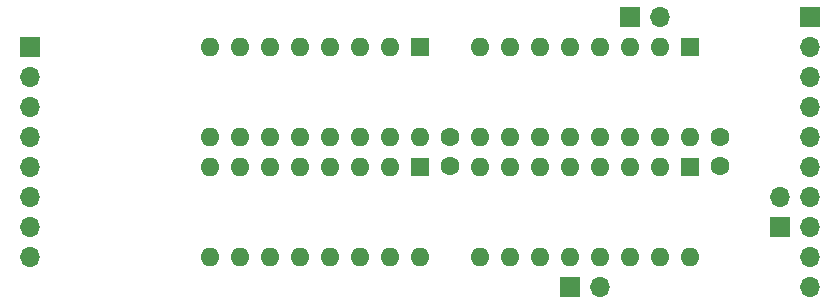
<source format=gbr>
%TF.GenerationSoftware,KiCad,Pcbnew,7.0.5*%
%TF.CreationDate,2024-09-17T16:51:35-04:00*%
%TF.ProjectId,8_bit_logic_analyzer_rev_2,385f6269-745f-46c6-9f67-69635f616e61,rev?*%
%TF.SameCoordinates,Original*%
%TF.FileFunction,Soldermask,Top*%
%TF.FilePolarity,Negative*%
%FSLAX46Y46*%
G04 Gerber Fmt 4.6, Leading zero omitted, Abs format (unit mm)*
G04 Created by KiCad (PCBNEW 7.0.5) date 2024-09-17 16:51:35*
%MOMM*%
%LPD*%
G01*
G04 APERTURE LIST*
%ADD10R,1.700000X1.700000*%
%ADD11O,1.700000X1.700000*%
%ADD12R,1.600000X1.600000*%
%ADD13O,1.600000X1.600000*%
%ADD14C,1.600000*%
G04 APERTURE END LIST*
D10*
%TO.C,J2*%
X81280000Y-17780000D03*
D11*
X81280000Y-20320000D03*
X81280000Y-22860000D03*
X81280000Y-25400000D03*
X81280000Y-27940000D03*
X81280000Y-30480000D03*
X81280000Y-33020000D03*
X81280000Y-35560000D03*
X81280000Y-38100000D03*
X81280000Y-40640000D03*
%TD*%
D12*
%TO.C,U3*%
X48260000Y-30480000D03*
D13*
X45720000Y-30480000D03*
X43180000Y-30480000D03*
X40640000Y-30480000D03*
X38100000Y-30480000D03*
X35560000Y-30480000D03*
X33020000Y-30480000D03*
X30480000Y-30480000D03*
X30480000Y-38100000D03*
X33020000Y-38100000D03*
X35560000Y-38100000D03*
X38100000Y-38100000D03*
X40640000Y-38100000D03*
X43180000Y-38100000D03*
X45720000Y-38100000D03*
X48260000Y-38100000D03*
%TD*%
D10*
%TO.C,J4*%
X60960000Y-40640000D03*
D11*
X63500000Y-40640000D03*
%TD*%
D14*
%TO.C,C1*%
X50800000Y-27940000D03*
X50800000Y-30440000D03*
%TD*%
D10*
%TO.C,J5*%
X78740000Y-35560000D03*
D11*
X78740000Y-33020000D03*
%TD*%
D12*
%TO.C,U4*%
X71095000Y-30480000D03*
D13*
X68555000Y-30480000D03*
X66015000Y-30480000D03*
X63475000Y-30480000D03*
X60935000Y-30480000D03*
X58395000Y-30480000D03*
X55855000Y-30480000D03*
X53315000Y-30480000D03*
X53315000Y-38100000D03*
X55855000Y-38100000D03*
X58395000Y-38100000D03*
X60935000Y-38100000D03*
X63475000Y-38100000D03*
X66015000Y-38100000D03*
X68555000Y-38100000D03*
X71095000Y-38100000D03*
%TD*%
D12*
%TO.C,U2*%
X71120000Y-20320000D03*
D13*
X68580000Y-20320000D03*
X66040000Y-20320000D03*
X63500000Y-20320000D03*
X60960000Y-20320000D03*
X58420000Y-20320000D03*
X55880000Y-20320000D03*
X53340000Y-20320000D03*
X53340000Y-27940000D03*
X55880000Y-27940000D03*
X58420000Y-27940000D03*
X60960000Y-27940000D03*
X63500000Y-27940000D03*
X66040000Y-27940000D03*
X68580000Y-27940000D03*
X71120000Y-27940000D03*
%TD*%
D14*
%TO.C,C2*%
X73660000Y-27940000D03*
X73660000Y-30440000D03*
%TD*%
D12*
%TO.C,U1*%
X48260000Y-20320000D03*
D13*
X45720000Y-20320000D03*
X43180000Y-20320000D03*
X40640000Y-20320000D03*
X38100000Y-20320000D03*
X35560000Y-20320000D03*
X33020000Y-20320000D03*
X30480000Y-20320000D03*
X30480000Y-27940000D03*
X33020000Y-27940000D03*
X35560000Y-27940000D03*
X38100000Y-27940000D03*
X40640000Y-27940000D03*
X43180000Y-27940000D03*
X45720000Y-27940000D03*
X48260000Y-27940000D03*
%TD*%
D10*
%TO.C,J3*%
X66040000Y-17780000D03*
D11*
X68580000Y-17780000D03*
%TD*%
D10*
%TO.C,J1*%
X15240000Y-20320000D03*
D11*
X15240000Y-22860000D03*
X15240000Y-25400000D03*
X15240000Y-27940000D03*
X15240000Y-30480000D03*
X15240000Y-33020000D03*
X15240000Y-35560000D03*
X15240000Y-38100000D03*
%TD*%
M02*

</source>
